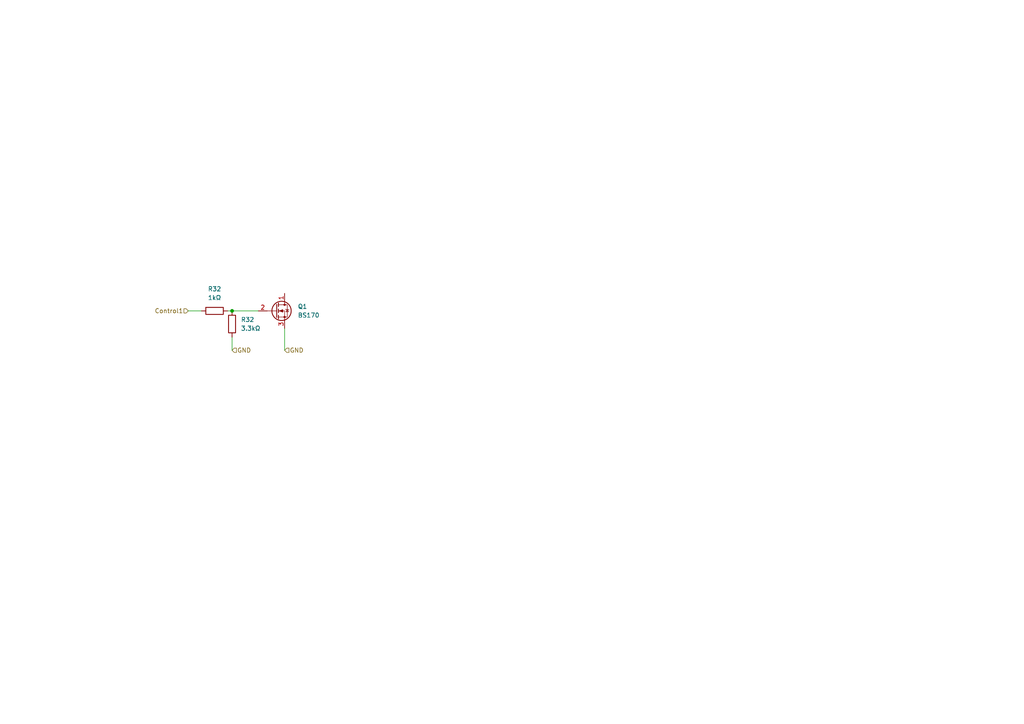
<source format=kicad_sch>
(kicad_sch (version 20230121) (generator eeschema)
  (paper "A4")
  (lib_symbols
    (symbol "Device:R" (pin_numbers hide) (pin_names (offset 0))
      (property "Reference" "R" (at 2.032 0 90))
      (property "Value" "R" (at 0 0 90))
      (symbol "R_0_1"
        (rectangle (start -1.016 -2.54) (end 1.016 2.54) (stroke (width 0.254)))
      )
      (symbol "R_1_1"
        (pin passive line (at 0 3.81 270) (length 1.27) (name "~") (number "1"))
        (pin passive line (at 0 -3.81 90) (length 1.27) (name "~") (number "2"))
      )
    )
    (symbol "Transistor_FET:BS170" (pin_names hide)
      (property "Reference" "Q" (at 5.08 1.905 0))
      (property "Value" "BS170" (at 5.08 0 0))
      (symbol "BS170_0_1"
        (polyline (pts (xy 0.254 0) (xy -2.54 0)))
        (polyline (pts (xy 0.254 1.905) (xy 0.254 -1.905)) (stroke (width 0.254)))
        (polyline (pts (xy 0.762 -1.27) (xy 0.762 -2.286)) (stroke (width 0.254)))
        (polyline (pts (xy 0.762 0.508) (xy 0.762 -0.508)) (stroke (width 0.254)))
        (polyline (pts (xy 0.762 2.286) (xy 0.762 1.27)) (stroke (width 0.254)))
        (polyline (pts (xy 2.54 2.54) (xy 2.54 1.778)))
        (polyline (pts (xy 2.54 -2.54) (xy 2.54 0) (xy 0.762 0)))
        (polyline (pts (xy 0.762 -1.778) (xy 3.302 -1.778) (xy 3.302 1.778) (xy 0.762 1.778)))
        (polyline (pts (xy 1.016 0) (xy 2.032 0.381) (xy 2.032 -0.381) (xy 1.016 0)) (fill (type outline)))
        (polyline (pts (xy 2.794 0.508) (xy 2.921 0.381) (xy 3.683 0.381) (xy 3.81 0.254)))
        (polyline (pts (xy 3.302 0.381) (xy 2.921 -0.254) (xy 3.683 -0.254) (xy 3.302 0.381)))
        (circle (center 1.651 0) (radius 2.794) (stroke (width 0.254)))
        (circle (center 2.54 -1.778) (radius 0.254) (fill (type outline)))
        (circle (center 2.54 1.778) (radius 0.254) (fill (type outline)))
      )
      (symbol "BS170_1_1"
        (pin passive line (at 2.54 5.08 270) (length 2.54) (name "D") (number "1"))
        (pin input line (at -5.08 0 0) (length 2.54) (name "G") (number "2"))
        (pin passive line (at 2.54 -5.08 90) (length 2.54) (name "S") (number "3"))
      )
    )
  )
  (junction (at 67.31 90.17))
  (wire (pts (xy 66.04 90.17) (xy 67.31 90.17)))
  (wire (pts (xy 67.31 90.17) (xy 74.93 90.17)))
  (wire (pts (xy 54.61 90.17) (xy 58.42 90.17)))
  (wire (pts (xy 82.55 95.25) (xy 82.55 101.6)))
  (wire (pts (xy 67.31 101.6) (xy 67.31 97.79)))
  (hierarchical_label "GND" (shape input) (at 67.31 101.6 0))
  (hierarchical_label "Control1" (shape input) (at 54.61 90.17 180))
  (hierarchical_label "GND" (shape input) (at 82.55 101.6 0))
  (symbol (lib_id "Transistor_FET:BS170") (at 80.01 90.17 0) (unit 1)
    (property "Reference" "Q1" (at 86.36 88.9 0) (effects (justify left)))
    (property "Value" "BS170" (at 86.36 91.44 0) (effects (justify left)))
    (property "Footprint" "Package_TO_SOT_THT:TO-92_Inline" (effects hide))
    (property "Datasheet" "https://www.onsemi.com/pub/Collateral/BS170-D.PDF" (effects hide))
  )
  (symbol (lib_id "Device:R") (at 62.23 90.17 90) (unit 1)
    (property "Reference" "R32" (at 62.23 83.82 90))
    (property "Value" "1kΩ" (at 62.23 86.36 90))
    (property "Footprint" "Resistor_SMD:R_1206_3216Metric_Pad1.30x1.75mm_HandSolder" (effects hide))
    (instances (project "Cloud-Star-Lights-PCB" (path "" (reference "R32") (unit 1)) (path "" (reference "R18") (unit 1))))
  )
  (symbol (lib_id "Device:R") (at 67.31 93.98 0) (unit 1)
    (property "Reference" "R32" (at 69.85 92.71 0) (effects (justify left)))
    (property "Value" "3.3kΩ" (at 69.85 95.25 0) (effects (justify left)))
    (property "Footprint" "Resistor_SMD:R_1206_3216Metric_Pad1.30x1.75mm_HandSolder" (effects hide))
    (instances (project "Cloud-Star-Lights-PCB" (path "" (reference "R32") (unit 1)) (path "" (reference "R17") (unit 1))))
  )
)
</source>
